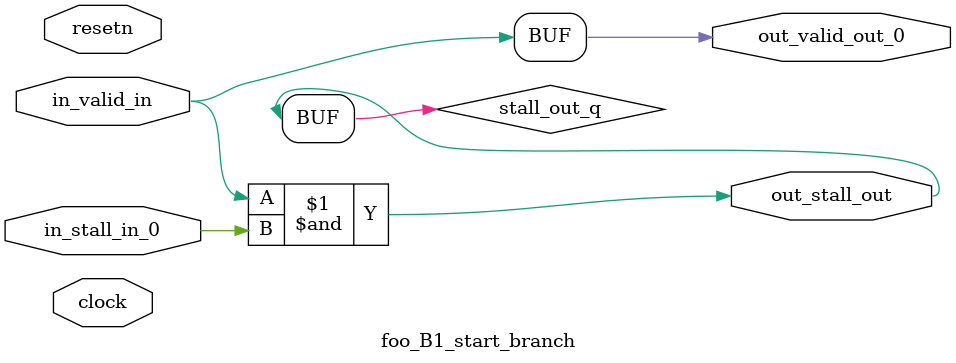
<source format=sv>



(* altera_attribute = "-name AUTO_SHIFT_REGISTER_RECOGNITION OFF; -name MESSAGE_DISABLE 10036; -name MESSAGE_DISABLE 10037; -name MESSAGE_DISABLE 14130; -name MESSAGE_DISABLE 14320; -name MESSAGE_DISABLE 15400; -name MESSAGE_DISABLE 14130; -name MESSAGE_DISABLE 10036; -name MESSAGE_DISABLE 12020; -name MESSAGE_DISABLE 12030; -name MESSAGE_DISABLE 12010; -name MESSAGE_DISABLE 12110; -name MESSAGE_DISABLE 14320; -name MESSAGE_DISABLE 13410; -name MESSAGE_DISABLE 113007; -name MESSAGE_DISABLE 10958" *)
module foo_B1_start_branch (
    input wire [0:0] in_stall_in_0,
    input wire [0:0] in_valid_in,
    output wire [0:0] out_stall_out,
    output wire [0:0] out_valid_out_0,
    input wire clock,
    input wire resetn
    );

    wire [0:0] stall_out_q;


    // stall_out(LOGICAL,6)
    assign stall_out_q = in_valid_in & in_stall_in_0;

    // out_stall_out(GPOUT,4)
    assign out_stall_out = stall_out_q;

    // out_valid_out_0(GPOUT,5)
    assign out_valid_out_0 = in_valid_in;

endmodule

</source>
